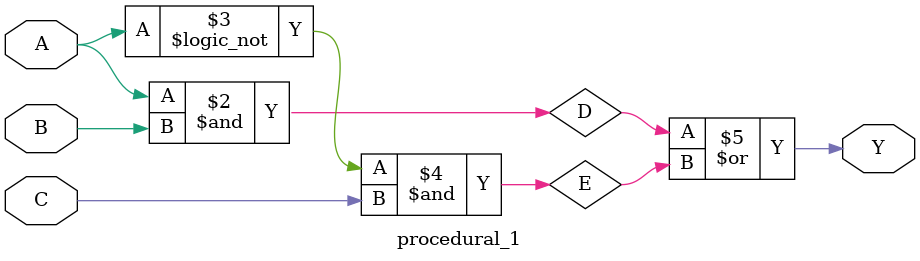
<source format=v>
/* Procedural assignment example 1
Demonstrates procedural assignments
*/
module procedural_1(A,B,C,Y);
  input A, B, C;
  output Y;
  reg D;
  reg E;
  
// procedural assignment
  //always @(*) begin //alternative for combinational
  always @(A,B,C) begin
    D = A&B;
    E = !A&C;
  end

  assign Y=D|E;
endmodule //procedural_

</source>
